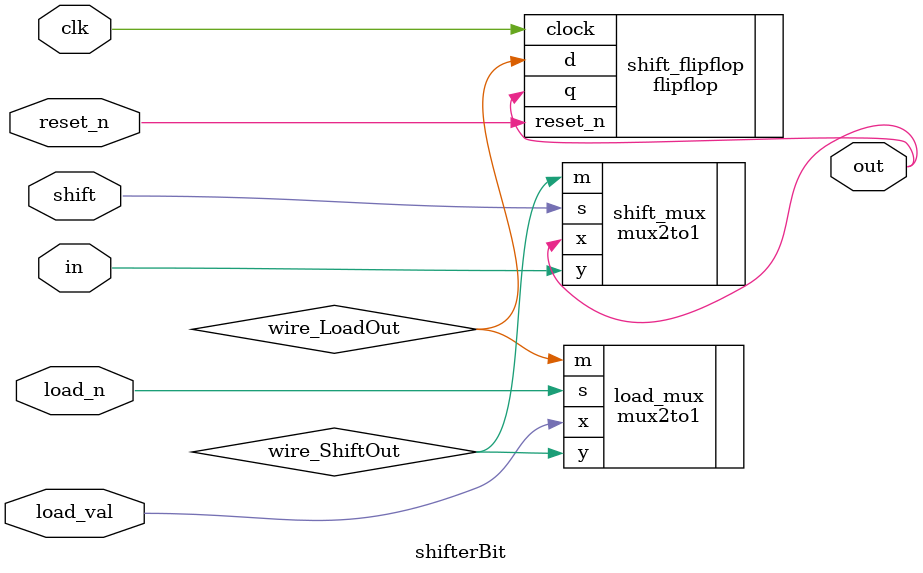
<source format=v>
module shifterBit(load_val, load_n, shift, in, out, clk, reset_n);
	input load_val, load_n, shift, in, clk, reset_n;
	output out;
	
	wire wire_ShiftOut, wireLoadOut;
	
	mux2to1 shift_mux(
			.x(out),
			.y(in),
			.s(shift),
			.m(wire_ShiftOut)
			);
			
	mux2to1 load_mux(
			.x(load_val),
			.y(wire_ShiftOut),
			.s(load_n),
			.m(wire_LoadOut)
			);
			
	flipflop shift_flipflop(
				.q(out),
				.d(wire_LoadOut),
				.clock(clk),
				.reset_n(reset_n)
				);
endmodule
</source>
